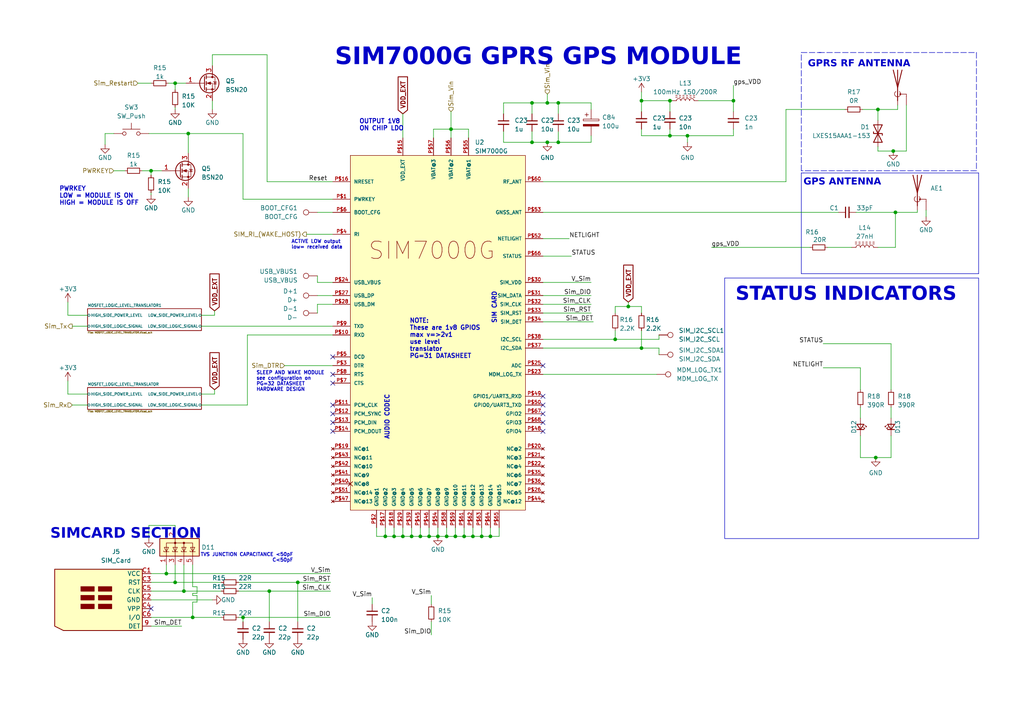
<source format=kicad_sch>
(kicad_sch (version 20230121) (generator eeschema)
  (paper "A4")
  (title_block (title "ELIESTAR") (date "2023-06-20") (rev "2.0") (company "GEVITON") (comment 2 "Reviewed By: Timoty Kyalo") (comment 3 "Designed By: Robert Mutura") (comment 4 "ELIESTAR"))
  (junction (at 86.36 168.91))
  (junction (at 259.08 43.815))
  (junction (at 53.34 171.45))
  (junction (at 154.305 29.845))
  (junction (at 50.8 168.91))
  (junction (at 114.3 155.575))
  (junction (at 137.16 155.575))
  (junction (at 124.46 155.575))
  (junction (at 259.715 61.595))
  (junction (at 142.24 155.575))
  (junction (at 70.485 179.07))
  (junction (at 129.54 155.575))
  (junction (at 254.635 31.75))
  (junction (at 158.75 41.275))
  (junction (at 55.88 179.07))
  (junction (at 48.26 166.37))
  (junction (at 254 132.715))
  (junction (at 186.055 100.965))
  (junction (at 119.38 155.575))
  (junction (at 54.61 38.735))
  (junction (at 132.08 155.575))
  (junction (at 121.92 155.575))
  (junction (at 130.81 37.465))
  (junction (at 194.31 29.21))
  (junction (at 182.245 88.9))
  (junction (at 194.31 39.37))
  (junction (at 178.435 98.425))
  (junction (at 116.84 155.575))
  (junction (at 78.105 171.45))
  (junction (at 154.305 41.275))
  (junction (at 111.76 155.575))
  (junction (at 134.62 155.575))
  (junction (at 161.925 41.275))
  (junction (at 139.7 155.575))
  (junction (at 186.055 29.21))
  (junction (at 158.75 29.845))
  (junction (at 127 155.575))
  (junction (at 212.725 29.21))
  (junction (at 50.8 24.13))
  (junction (at 43.815 49.53))
  (junction (at 161.925 29.845))
  (junction (at 199.39 39.37))
  (no_connect (at 96.52 117.475))
  (no_connect (at 157.48 125.095))
  (no_connect (at 157.48 106.045))
  (no_connect (at 96.52 120.015))
  (no_connect (at 96.52 125.095))
  (no_connect (at 157.48 120.015))
  (no_connect (at 96.52 103.505))
  (no_connect (at 96.52 122.555))
  (no_connect (at 157.48 122.555))
  (no_connect (at 96.52 108.585))
  (no_connect (at 157.48 114.935))
  (no_connect (at 43.815 176.53))
  (no_connect (at 157.48 117.475))
  (no_connect (at 96.52 111.125))
  (wire (pts (xy 259.08 43.815) (xy 262.89 43.815)))
  (wire (pts (xy 134.62 153.035) (xy 134.62 155.575)))
  (wire (pts (xy 121.92 155.575) (xy 124.46 155.575)))
  (wire (pts (xy 20.955 94.615) (xy 25.4 94.615)))
  (wire (pts (xy 111.76 155.575) (xy 114.3 155.575)))
  (wire (pts (xy 268.605 60.96) (xy 268.605 62.865)))
  (wire (pts (xy 43.815 49.53) (xy 46.99 49.53)))
  (wire (pts (xy 43.18 152.4) (xy 43.18 156.21)))
  (wire (pts (xy 54.61 54.61) (xy 54.61 57.15)))
  (wire (pts (xy 130.81 32.385) (xy 130.81 37.465)))
  (wire (pts (xy 71.755 117.475) (xy 71.755 97.155)))
  (wire (pts (xy 43.815 50.8) (xy 43.815 49.53)))
  (wire (pts (xy 121.92 153.035) (xy 121.92 155.575)))
  (wire (pts (xy 58.42 117.475) (xy 71.755 117.475)))
  (wire (pts (xy 109.22 153.035) (xy 109.22 155.575)))
  (wire (pts (xy 212.725 37.465) (xy 212.725 39.37)))
  (wire (pts (xy 186.055 88.9) (xy 182.245 88.9)))
  (wire (pts (xy 186.055 29.21) (xy 194.31 29.21)))
  (wire (pts (xy 194.31 39.37) (xy 199.39 39.37)))
  (wire (pts (xy 186.055 100.965) (xy 191.135 100.965)))
  (wire (pts (xy 61.595 29.21) (xy 61.595 31.75)))
  (wire (pts (xy 82.55 106.045) (xy 96.52 106.045)))
  (wire (pts (xy 55.88 179.07) (xy 64.135 179.07)))
  (wire (pts (xy 125.73 37.465) (xy 125.73 40.005)))
  (polyline (pts (xy 283.21 15.24) (xy 283.21 49.53)) (stroke (width 0) (type dash)))
  (wire (pts (xy 55.88 170.18) (xy 57.15 170.18)))
  (polyline (pts (xy 232.41 15.24) (xy 238.125 15.24)) (stroke (width 0) (type dash)))
  (wire (pts (xy 109.22 155.575) (xy 111.76 155.575)))
  (wire (pts (xy 58.42 94.615) (xy 96.52 94.615)))
  (wire (pts (xy 137.16 155.575) (xy 139.7 155.575)))
  (wire (pts (xy 114.3 155.575) (xy 116.84 155.575)))
  (wire (pts (xy 70.485 179.07) (xy 95.885 179.07)))
  (wire (pts (xy 48.26 166.37) (xy 95.885 166.37)))
  (wire (pts (xy 227.965 31.75) (xy 227.965 52.705)))
  (wire (pts (xy 182.245 88.9) (xy 178.435 88.9)))
  (wire (pts (xy 194.31 37.465) (xy 194.31 39.37)))
  (wire (pts (xy 43.18 152.4) (xy 50.8 152.4)))
  (wire (pts (xy 114.3 153.035) (xy 114.3 155.575)))
  (wire (pts (xy 71.755 97.155) (xy 96.52 97.155)))
  (wire (pts (xy 194.31 29.21) (xy 194.945 29.21)))
  (wire (pts (xy 212.725 39.37) (xy 199.39 39.37)))
  (wire (pts (xy 33.02 49.53) (xy 36.195 49.53)))
  (wire (pts (xy 266.065 61.595) (xy 266.065 60.96)))
  (wire (pts (xy 92.075 88.265) (xy 96.52 88.265)))
  (wire (pts (xy 55.88 172.085) (xy 55.88 172.72)))
  (wire (pts (xy 78.105 171.45) (xy 95.885 171.45)))
  (wire (pts (xy 127 153.035) (xy 127 155.575)))
  (wire (pts (xy 137.16 153.035) (xy 137.16 155.575)))
  (polyline (pts (xy 232.41 50.165) (xy 233.045 50.165)))
  (wire (pts (xy 154.305 41.275) (xy 158.75 41.275)))
  (wire (pts (xy 62.23 91.44) (xy 58.42 91.44)))
  (wire (pts (xy 129.54 153.035) (xy 129.54 155.575)))
  (wire (pts (xy 186.055 90.805) (xy 186.055 88.9)))
  (wire (pts (xy 157.48 52.705) (xy 227.965 52.705)))
  (wire (pts (xy 125.095 180.34) (xy 125.095 184.15)))
  (wire (pts (xy 249.555 106.68) (xy 249.555 113.03)))
  (wire (pts (xy 254.635 43.815) (xy 259.08 43.815)))
  (wire (pts (xy 125.095 172.72) (xy 125.095 175.26)))
  (wire (pts (xy 124.46 153.035) (xy 124.46 155.575)))
  (wire (pts (xy 111.76 153.035) (xy 111.76 155.575)))
  (wire (pts (xy 129.54 155.575) (xy 132.08 155.575)))
  (wire (pts (xy 199.39 39.37) (xy 199.39 41.275)))
  (wire (pts (xy 92.075 80.01) (xy 92.075 81.915)))
  (wire (pts (xy 254.635 34.925) (xy 254.635 31.75)))
  (wire (pts (xy 250.19 31.75) (xy 254.635 31.75)))
  (wire (pts (xy 43.815 173.99) (xy 61.595 173.99)))
  (wire (pts (xy 43.815 56.515) (xy 43.815 55.88)))
  (wire (pts (xy 158.75 27.305) (xy 158.75 29.845)))
  (wire (pts (xy 171.45 29.845) (xy 161.925 29.845)))
  (polyline (pts (xy 232.41 49.53) (xy 232.41 15.24)) (stroke (width 0) (type dash)))
  (wire (pts (xy 146.05 29.845) (xy 146.05 33.02)))
  (wire (pts (xy 69.215 179.07) (xy 70.485 179.07)))
  (wire (pts (xy 178.435 88.9) (xy 178.435 90.805)))
  (wire (pts (xy 178.435 98.425) (xy 191.135 98.425)))
  (wire (pts (xy 19.685 110.49) (xy 19.685 114.3)))
  (wire (pts (xy 249.555 132.715) (xy 254 132.715)))
  (wire (pts (xy 161.925 29.845) (xy 161.925 33.02)))
  (wire (pts (xy 130.81 37.465) (xy 130.81 40.005)))
  (wire (pts (xy 206.375 71.755) (xy 234.95 71.755)))
  (wire (pts (xy 258.445 118.11) (xy 258.445 121.285)))
  (wire (pts (xy 130.81 37.465) (xy 135.89 37.465)))
  (wire (pts (xy 62.23 114.3) (xy 58.42 114.3)))
  (wire (pts (xy 62.23 113.03) (xy 62.23 114.3)))
  (wire (pts (xy 25.4 91.44) (xy 19.685 91.44)))
  (wire (pts (xy 92.075 85.725) (xy 96.52 85.725)))
  (wire (pts (xy 43.18 38.735) (xy 54.61 38.735)))
  (wire (pts (xy 157.48 61.595) (xy 243.205 61.595)))
  (wire (pts (xy 77.47 52.705) (xy 96.52 52.705)))
  (wire (pts (xy 171.45 90.805) (xy 157.48 90.805)))
  (wire (pts (xy 212.725 29.21) (xy 212.725 32.385)))
  (wire (pts (xy 48.895 24.13) (xy 50.8 24.13)))
  (wire (pts (xy 116.84 40.005) (xy 116.84 33.02)))
  (wire (pts (xy 190.5 108.585) (xy 157.48 108.585)))
  (wire (pts (xy 116.84 155.575) (xy 119.38 155.575)))
  (wire (pts (xy 50.8 168.91) (xy 50.8 163.83)))
  (wire (pts (xy 127 155.575) (xy 129.54 155.575)))
  (wire (pts (xy 88.9 67.945) (xy 96.52 67.945)))
  (wire (pts (xy 50.8 26.035) (xy 50.8 24.13)))
  (wire (pts (xy 43.815 171.45) (xy 53.34 171.45)))
  (wire (pts (xy 43.815 166.37) (xy 48.26 166.37)))
  (wire (pts (xy 171.45 41.275) (xy 171.45 39.37)))
  (wire (pts (xy 157.48 69.215) (xy 165.1 69.215)))
  (wire (pts (xy 202.565 29.21) (xy 212.725 29.21)))
  (wire (pts (xy 191.135 102.87) (xy 191.135 100.965)))
  (wire (pts (xy 70.485 57.785) (xy 96.52 57.785)))
  (wire (pts (xy 54.61 44.45) (xy 54.61 38.735)))
  (wire (pts (xy 54.61 38.735) (xy 70.485 38.735)))
  (wire (pts (xy 259.715 71.755) (xy 259.715 61.595)))
  (wire (pts (xy 154.305 29.845) (xy 146.05 29.845)))
  (wire (pts (xy 124.46 155.575) (xy 127 155.575)))
  (wire (pts (xy 258.445 126.365) (xy 258.445 132.715)))
  (wire (pts (xy 161.925 41.275) (xy 171.45 41.275)))
  (wire (pts (xy 142.24 153.035) (xy 142.24 155.575)))
  (wire (pts (xy 107.95 173.355) (xy 107.95 175.26)))
  (wire (pts (xy 69.215 171.45) (xy 78.105 171.45)))
  (wire (pts (xy 194.31 29.21) (xy 194.31 32.385)))
  (wire (pts (xy 70.485 179.07) (xy 70.485 180.34)))
  (wire (pts (xy 50.8 168.91) (xy 64.135 168.91)))
  (wire (pts (xy 212.725 24.765) (xy 212.725 29.21)))
  (wire (pts (xy 50.8 24.13) (xy 53.975 24.13)))
  (wire (pts (xy 116.84 153.035) (xy 116.84 155.575)))
  (wire (pts (xy 41.275 49.53) (xy 43.815 49.53)))
  (wire (pts (xy 171.45 85.725) (xy 157.48 85.725)))
  (wire (pts (xy 20.955 117.475) (xy 25.4 117.475)))
  (wire (pts (xy 134.62 155.575) (xy 137.16 155.575)))
  (wire (pts (xy 62.23 90.17) (xy 62.23 91.44)))
  (wire (pts (xy 154.305 29.845) (xy 154.305 33.02)))
  (wire (pts (xy 258.445 99.695) (xy 258.445 113.03)))
  (wire (pts (xy 146.05 38.1) (xy 146.05 41.275)))
  (wire (pts (xy 86.36 168.91) (xy 95.885 168.91)))
  (wire (pts (xy 191.135 97.155) (xy 191.135 98.425)))
  (wire (pts (xy 57.15 170.18) (xy 57.15 172.085)))
  (polyline (pts (xy 283.845 79.375) (xy 232.41 79.375)))
  (wire (pts (xy 55.88 174.625) (xy 55.88 179.07)))
  (wire (pts (xy 249.555 126.365) (xy 249.555 132.715)))
  (wire (pts (xy 178.435 95.885) (xy 178.435 98.425)))
  (wire (pts (xy 132.08 153.035) (xy 132.08 155.575)))
  (polyline (pts (xy 283.845 50.165) (xy 283.845 79.375)))
  (wire (pts (xy 57.15 174.625) (xy 55.88 174.625)))
  (wire (pts (xy 186.055 39.37) (xy 194.31 39.37)))
  (wire (pts (xy 50.8 152.4) (xy 50.8 153.67)))
  (wire (pts (xy 57.15 172.72) (xy 57.15 174.625)))
  (wire (pts (xy 238.76 99.695) (xy 258.445 99.695)))
  (wire (pts (xy 259.715 61.595) (xy 266.065 61.595)))
  (wire (pts (xy 43.815 179.07) (xy 55.88 179.07)))
  (wire (pts (xy 77.47 52.705) (xy 77.47 15.875)))
  (wire (pts (xy 43.815 181.61) (xy 52.705 181.61)))
  (wire (pts (xy 182.245 87.63) (xy 182.245 88.9)))
  (wire (pts (xy 119.38 155.575) (xy 121.92 155.575)))
  (wire (pts (xy 40.005 24.13) (xy 43.815 24.13)))
  (wire (pts (xy 77.47 15.875) (xy 61.595 15.875)))
  (polyline (pts (xy 233.045 50.165) (xy 283.845 50.165)))
  (wire (pts (xy 78.105 180.34) (xy 78.105 171.45)))
  (wire (pts (xy 262.89 30.48) (xy 262.89 43.815)))
  (wire (pts (xy 157.48 93.345) (xy 172.085 93.345)))
  (wire (pts (xy 186.055 26.67) (xy 186.055 29.21)))
  (wire (pts (xy 245.11 31.75) (xy 227.965 31.75)))
  (wire (pts (xy 171.45 81.915) (xy 157.48 81.915)))
  (wire (pts (xy 254.635 42.545) (xy 254.635 43.815)))
  (wire (pts (xy 254.635 31.75) (xy 260.35 31.75)))
  (wire (pts (xy 132.08 155.575) (xy 134.62 155.575)))
  (wire (pts (xy 53.34 171.45) (xy 64.135 171.45)))
  (wire (pts (xy 139.7 153.035) (xy 139.7 155.575)))
  (wire (pts (xy 139.7 155.575) (xy 142.24 155.575)))
  (wire (pts (xy 146.05 41.275) (xy 154.305 41.275)))
  (wire (pts (xy 119.38 153.035) (xy 119.38 155.575)))
  (wire (pts (xy 158.75 29.845) (xy 161.925 29.845)))
  (wire (pts (xy 238.76 106.68) (xy 249.555 106.68)))
  (wire (pts (xy 144.78 155.575) (xy 144.78 153.035)))
  (wire (pts (xy 186.055 37.465) (xy 186.055 39.37)))
  (wire (pts (xy 171.45 88.265) (xy 157.48 88.265)))
  (wire (pts (xy 70.485 38.735) (xy 70.485 57.785)))
  (wire (pts (xy 43.815 168.91) (xy 50.8 168.91)))
  (wire (pts (xy 86.36 180.34) (xy 86.36 168.91)))
  (wire (pts (xy 55.88 163.83) (xy 55.88 170.18)))
  (wire (pts (xy 92.075 81.915) (xy 96.52 81.915)))
  (wire (pts (xy 240.03 71.755) (xy 247.015 71.755)))
  (wire (pts (xy 157.48 100.965) (xy 186.055 100.965)))
  (wire (pts (xy 186.055 29.21) (xy 186.055 32.385)))
  (wire (pts (xy 92.075 61.595) (xy 96.52 61.595)))
  (wire (pts (xy 142.24 155.575) (xy 144.78 155.575)))
  (wire (pts (xy 92.075 90.805) (xy 92.075 88.265)))
  (wire (pts (xy 161.925 38.1) (xy 161.925 41.275)))
  (wire (pts (xy 260.35 31.75) (xy 260.35 30.48)))
  (wire (pts (xy 50.8 31.75) (xy 50.8 31.115)))
  (wire (pts (xy 19.685 87.63) (xy 19.685 91.44)))
  (wire (pts (xy 157.48 74.295) (xy 165.735 74.295)))
  (wire (pts (xy 249.555 118.11) (xy 249.555 121.285)))
  (wire (pts (xy 61.595 15.875) (xy 61.595 19.05)))
  (wire (pts (xy 53.34 163.83) (xy 53.34 171.45)))
  (polyline (pts (xy 237.49 15.24) (xy 283.21 15.24)) (stroke (width 0) (type dash)))
  (wire (pts (xy 158.75 41.275) (xy 161.925 41.275)))
  (wire (pts (xy 157.48 98.425) (xy 178.435 98.425)))
  (wire (pts (xy 30.48 38.735) (xy 30.48 41.91)))
  (wire (pts (xy 69.215 168.91) (xy 86.36 168.91)))
  (wire (pts (xy 33.02 38.735) (xy 30.48 38.735)))
  (wire (pts (xy 186.055 95.885) (xy 186.055 100.965)))
  (wire (pts (xy 254 132.715) (xy 258.445 132.715)))
  (wire (pts (xy 254.635 71.755) (xy 259.715 71.755)))
  (wire (pts (xy 248.285 61.595) (xy 259.715 61.595)))
  (wire (pts (xy 135.89 37.465) (xy 135.89 40.005)))
  (wire (pts (xy 48.26 166.37) (xy 48.26 163.83)))
  (wire (pts (xy 158.75 29.845) (xy 154.305 29.845)))
  (polyline (pts (xy 283.21 49.53) (xy 232.41 49.53)) (stroke (width 0) (type dash)))
  (wire (pts (xy 25.4 114.3) (xy 19.685 114.3)))
  (wire (pts (xy 55.88 172.085) (xy 57.15 172.085)))
  (polyline (pts (xy 232.41 79.375) (xy 232.41 50.165)))
  (wire (pts (xy 130.81 37.465) (xy 125.73 37.465)))
  (wire (pts (xy 154.305 38.1) (xy 154.305 41.275)))
  (wire (pts (xy 171.45 31.75) (xy 171.45 29.845)))
  (wire (pts (xy 55.88 172.72) (xy 57.15 172.72)))
  (rectangle (start 210.185 80.645) (end 283.845 156.21))
  (text "SIM7000G GPRS GPS MODULE" (at 97.155 20.955 0) (effects (font (size 5 5) bold) (justify left bottom)))
  (text "ACTIVE LOW output\nlow= received data" (at 84.455 72.39 0) (effects (font (size 1 1) bold) (justify left bottom)))
  (text "GPRS RF ANTENNA" (at 234.315 20.32 0) (effects (font (size 2 2) (thickness 0.4) bold) (justify left bottom)))
  (text "NOTE:\nThese are 1v8 GPIOS\nmax v=>2v1\nuse level \ntranslator\nPG=31 DATASHEET" (at 118.745 104.14 0) (effects (font (size 1.27 1.27) bold) (justify left bottom)))
  (text "SLEEP AND WAKE MODULE\nsee configuration on\nPG=32 DATASHEET\nHARDWARE DESIGN" (at 74.295 113.665 0) (effects (font (size 1 1) bold) (justify left bottom)))
  (text "SIM CARD" (at 144.145 93.98 90) (effects (font (size 1.27 1.27) bold) (justify left bottom)))
  (text "SIMCARD SECTION" (at 14.605 157.48 0) (effects (font (size 3 3) (thickness 0.6) bold) (justify left bottom)))
  (text "OUTPUT 1V8\nON CHIP LDO" (at 104.14 38.1 0) (effects (font (size 1.27 1.27) bold) (justify left bottom)))
  (text "STATUS INDICATORS" (at 213.36 88.9 0) (effects (font (size 4 4) (thickness 0.4) bold) (justify left bottom)))
  (text "TVS JUNCTION CAPACITANCE <50pF\nC<50pF" (at 85.09 163.195 0) (effects (font (size 1 1) bold) (justify right bottom)))
  (text "PWRKEY\nLOW = MODULE IS ON\nHIGH = MODULE IS OFF" (at 17.145 59.69 0) (effects (font (size 1.27 1.27) bold) (justify left bottom)))
  (text "GPS ANTENNA" (at 233.045 54.61 0) (effects (font (size 2 2) (thickness 0.4) bold) (justify left bottom)))
  (text "AUDIO CODEC" (at 113.03 127.635 90) (effects (font (size 1.27 1.27) bold) (justify left bottom)))
  (label "Sim_DIO" (at 95.885 179.07 180))
  (label "V_Sim" (at 125.095 172.72 180))
  (label "Sim_CLK" (at 171.45 88.265 180))
  (label "STATUS" (at 238.76 99.695 180))
  (label "Sim_DIO" (at 171.45 85.725 180))
  (label "Sim_DET" (at 52.705 181.61 180))
  (label "Sim_DIO" (at 125.095 184.15 180))
  (label "V_Sim" (at 171.45 81.915 180))
  (label "STATUS" (at 165.735 74.295 0))
  (label "Sim_CLK" (at 95.885 171.45 180))
  (label "gps_VDD" (at 206.375 71.755 0))
  (label "Reset" (at 89.535 52.705 0))
  (label "NETLIGHT" (at 165.1 69.215 0))
  (label "NETLIGHT" (at 238.76 106.68 180))
  (label "Sim_RST" (at 95.885 168.91 180))
  (label "Sim_DET" (at 172.085 93.345 180))
  (label "V_Sim" (at 107.95 173.355 180))
  (label "Sim_RST" (at 171.45 90.805 180))
  (label "V_Sim" (at 95.885 166.37 180))
  (label "gps_VDD" (at 212.725 24.765 0))
  (global_label "VDD_EXT" (shape input) (at 182.245 87.63 90) (effects (font bold)) (property "Intersheetrefs" "${INTERSHEET_REFS}" (effects hide)))
  (global_label "VDD_EXT" (shape input) (at 62.23 113.03 90) (effects (font bold)) (property "Intersheetrefs" "${INTERSHEET_REFS}" (effects hide)))
  (global_label "VDD_EXT" (shape input) (at 116.84 33.02 90) (effects (font bold)) (property "Intersheetrefs" "${INTERSHEET_REFS}" (effects hide)))
  (global_label "VDD_EXT" (shape input) (at 62.23 90.17 90) (effects (font bold)) (property "Intersheetrefs" "${INTERSHEET_REFS}" (effects hide)))
  (hierarchical_label "Sim_Tx" (shape output) (at 20.955 94.615 180))
  (hierarchical_label "PWRKEY" (shape input) (at 33.02 49.53 180))
  (hierarchical_label "Sim_Vin" (shape input) (at 158.75 27.305 90))
  (hierarchical_label "Sim_Vin" (shape input) (at 130.81 32.385 90))
  (hierarchical_label "Sim_Restart" (shape input) (at 40.005 24.13 180))
  (hierarchical_label "SIM_RI_(WAKE_HOST)" (shape output) (at 88.9 67.945 180))
  (hierarchical_label "Sim_Rx" (shape input) (at 20.955 117.475 180))
  (hierarchical_label "Sim_DTR" (shape input) (at 82.55 106.045 180))
  (symbol (lib_id "Device:R_Small") (at 38.735 49.53 90) (unit 1)
    (property "Reference" "R15" (at 38.735 45.085 90))
    (property "Value" "1k" (at 38.735 47.625 90))
    (property "Footprint" "Resistor_SMD:R_0603_1608Metric" (effects hide))
    (instances (project "SIM7000G_GPS_GPRS_MODULE" (path "" (reference "R15") (unit 1))) (project "proxy_obdII_logger_hardware" (path "" (reference "R15") (unit 1))) (project "Weather_Station_Project" (path "" (reference "R15") (unit 1))) (project "SIM_Module_Interface" (path "" (reference "R15") (unit 1))) (project "ELIESTER_V2" (path "" (reference "R60") (unit 1))))
  )
  (symbol (lib_id "power:GND") (at 259.08 43.815 0) (unit 1)
    (property "Reference" "#PWR039" (effects hide))
    (property "Value" "GND" (at 259.08 47.625 0))
    (instances (project "SIM7000G_GPS_GPRS_MODULE" (path "" (reference "#PWR039") (unit 1))) (project "proxy_obdII_logger_hardware" (path "" (reference "#PWR039") (unit 1))) (project "Weather_Station_Project" (path "" (reference "#PWR03") (unit 1))) (project "SIM_Module_Interface" (path "" (reference "#PWR039") (unit 1))) (project "ELIESTER_V2" (path "" (reference "#PWR081") (unit 1))))
  )
  (symbol (lib_id "Device:R_Small") (at 249.555 115.57 0) (mirror y) (unit 1)
    (property "Reference" "R18" (at 251.46 114.935 0) (effects (justify right)))
    (property "Value" "390R" (at 251.46 117.475 0) (effects (justify right)))
    (property "Footprint" "Resistor_SMD:R_0402_1005Metric" (effects hide))
    (instances (project "SIM7000G_GPS_GPRS_MODULE" (path "" (reference "R18") (unit 1))) (project "proxy_obdII_logger_hardware" (path "" (reference "R18") (unit 1))) (project "Weather_Station_Project" (path "" (reference "R31") (unit 1))) (project "SIM_Module_Interface" (path "" (reference "R18") (unit 1))) (project "ELIESTER_V2" (path "" (reference "R65") (unit 1))))
  )
  (symbol (lib_id "Device:D_TVS") (at 254.635 38.735 90) (unit 1)
    (property "Reference" "D1" (at 249.555 36.83 90) (effects (justify right)))
    (property "Value" "LXES15AAA1-153" (at 235.585 39.37 90) (effects (justify right)))
    (property "Footprint" "Diode_SMD:D_0402_1005Metric" (effects hide))
    (instances (project "SIM7000G_GPS_GPRS_MODULE" (path "" (reference "D1") (unit 1))) (project "Weather_Station_Project" (path "" (reference "D1") (unit 1))) (project "ELIESTER_V2" (path "" (reference "D18") (unit 1))))
  )
  (symbol (lib_id "Device:LED_Small") (at 258.445 123.825 90) (unit 1)
    (property "Reference" "D13" (at 260.35 123.825 0))
    (property "Value" "BLUE" (effects hide))
    (property "Footprint" "LED_SMD:LED_0603_1608Metric" (effects hide))
    (instances (project "SIM7000G_GPS_GPRS_MODULE" (path "" (reference "D13") (unit 1))) (project "proxy_obdII_logger_hardware" (path "" (reference "D13") (unit 1))) (project "Weather_Station_Project" (path "" (reference "D2") (unit 1))) (project "SIM_Module_Interface" (path "" (reference "D13") (unit 1))) (project "ELIESTER_V2" (path "" (reference "D19") (unit 1))))
  )
  (symbol (lib_id "Device:C_Small") (at 146.05 35.56 0) (unit 1)
    (property "Reference" "C23" (at 149.225 34.9313 0) (effects (justify left)))
    (property "Value" "1u" (at 149.225 37.4713 0) (effects (justify left)))
    (property "Footprint" "Capacitor_SMD:C_0402_1005Metric" (effects hide))
    (instances (project "proxy_obdII_logger_hardware" (path "" (reference "C23") (unit 1))) (project "Weather_Station_Project" (path "" (reference "C23") (unit 1))) (project "ELIESTER_V2" (path "" (reference "C?") (unit 1)) (path "" (reference "C81") (unit 1))))
  )
  (symbol (lib_id "Device:C_Small") (at 194.31 34.925 0) (unit 1)
    (property "Reference" "C23" (at 196.85 34.2963 0) (effects (justify left)))
    (property "Value" "10n" (at 196.85 36.8363 0) (effects (justify left)))
    (property "Footprint" "Capacitor_SMD:C_0402_1005Metric" (effects hide))
    (instances (project "proxy_obdII_logger_hardware" (path "" (reference "C23") (unit 1))) (project "Weather_Station_Project" (path "" (reference "C23") (unit 1))) (project "ELIESTER_V2" (path "" (reference "C?") (unit 1)) (path "" (reference "C91") (unit 1))))
  )
  (symbol (lib_id "power:GND") (at 86.36 185.42 0) (unit 1)
    (property "Reference" "#PWR032" (effects hide))
    (property "Value" "GND" (at 86.36 189.23 0))
    (instances (project "SIM7000G_GPS_GPRS_MODULE" (path "" (reference "#PWR032") (unit 1))) (project "proxy_obdII_logger_hardware" (path "" (reference "#PWR032") (unit 1))) (project "Weather_Station_Project" (path "" (reference "#PWR053") (unit 1))) (project "SIM_Module_Interface" (path "" (reference "#PWR032") (unit 1))) (project "ELIESTER_V2" (path "" (reference "#PWR0134") (unit 1))))
  )
  (symbol (lib_id "Connector:TestPoint") (at 191.135 102.87 270) (unit 1)
    (property "Reference" "SIM_I2C_SDA1" (at 196.85 101.6 90) (effects (justify left)))
    (property "Value" "SIM_I2C_SDA" (at 196.85 104.14 90) (effects (justify left)))
    (property "Footprint" "brilliant-kicad-library:TestPoint_Pad_D0.9mm" (effects hide))
  )
  (symbol (lib_id "power:GND") (at 158.75 41.275 0) (unit 1)
    (property "Reference" "#PWR0140" (effects hide))
    (property "Value" "GND" (at 158.75 45.72 0))
  )
  (symbol (lib_id "Device:C_Small") (at 154.305 35.56 0) (unit 1)
    (property "Reference" "C23" (at 156.845 34.9313 0) (effects (justify left)))
    (property "Value" "10u" (at 156.845 37.4713 0) (effects (justify left)))
    (property "Footprint" "Capacitor_SMD:C_0402_1005Metric" (effects hide))
    (instances (project "proxy_obdII_logger_hardware" (path "" (reference "C23") (unit 1))) (project "Weather_Station_Project" (path "" (reference "C23") (unit 1))) (project "ELIESTER_V2" (path "" (reference "C?") (unit 1)) (path "" (reference "C82") (unit 1))))
  )
  (symbol (lib_id "Device:R_Small") (at 43.815 53.34 180) (unit 1)
    (property "Reference" "R15" (at 45.72 52.705 0) (effects (justify right)))
    (property "Value" "10K" (at 45.72 55.245 0) (effects (justify right)))
    (property "Footprint" "Resistor_SMD:R_0603_1608Metric" (effects hide))
    (instances (project "SIM7000G_GPS_GPRS_MODULE" (path "" (reference "R15") (unit 1))) (project "proxy_obdII_logger_hardware" (path "" (reference "R15") (unit 1))) (project "Weather_Station_Project" (path "" (reference "R16") (unit 1))) (project "SIM_Module_Interface" (path "" (reference "R15") (unit 1))) (project "ELIESTER_V2" (path "" (reference "R61") (unit 1))))
  )
  (symbol (lib_id "power:GND") (at 43.815 56.515 0) (unit 1)
    (property "Reference" "#PWR031" (effects hide))
    (property "Value" "GND" (at 43.815 60.325 0))
    (instances (project "SIM7000G_GPS_GPRS_MODULE" (path "" (reference "#PWR031") (unit 1))) (project "proxy_obdII_logger_hardware" (path "" (reference "#PWR031") (unit 1))) (project "Weather_Station_Project" (path "" (reference "#PWR023") (unit 1))) (project "SIM_Module_Interface" (path "" (reference "#PWR031") (unit 1))) (project "ELIESTER_V2" (path "" (reference "#PWR0154") (unit 1))))
  )
  (symbol (lib_id "power:GND") (at 61.595 173.99 90) (unit 1)
    (property "Reference" "#PWR033" (effects hide))
    (property "Value" "GND" (at 64.135 173.99 90) (effects (justify right)))
    (instances (project "SIM7000G_GPS_GPRS_MODULE" (path "" (reference "#PWR033") (unit 1))) (project "proxy_obdII_logger_hardware" (path "" (reference "#PWR033") (unit 1))) (project "Weather_Station_Project" (path "" (reference "#PWR054") (unit 1))) (project "SIM_Module_Interface" (path "" (reference "#PWR033") (unit 1))) (project "ELIESTER_V2" (path "" (reference "#PWR0161") (unit 1))))
  )
  (symbol (lib_id "Device:C_Small") (at 86.36 182.88 0) (mirror y) (unit 1)
    (property "Reference" "C2" (at 88.9 182.2513 0) (effects (justify right)))
    (property "Value" "22p" (at 88.9 184.7913 0) (effects (justify right)))
    (property "Footprint" "Capacitor_SMD:C_0402_1005Metric" (effects hide))
    (instances (project "SIM7000G_GPS_GPRS_MODULE" (path "" (reference "C2") (unit 1))) (project "Weather_Station_Project" (path "" (reference "C2") (unit 1))) (project "ELIESTER_V2" (path "" (reference "C89") (unit 1))))
  )
  (symbol (lib_id "Device:R_Small") (at 258.445 115.57 0) (mirror y) (unit 1)
    (property "Reference" "R18" (at 260.35 114.935 0) (effects (justify right)))
    (property "Value" "390R" (at 260.35 117.475 0) (effects (justify right)))
    (property "Footprint" "Resistor_SMD:R_0402_1005Metric" (effects hide))
    (instances (project "SIM7000G_GPS_GPRS_MODULE" (path "" (reference "R18") (unit 1))) (project "proxy_obdII_logger_hardware" (path "" (reference "R18") (unit 1))) (project "Weather_Station_Project" (path "" (reference "R31") (unit 1))) (project "SIM_Module_Interface" (path "" (reference "R18") (unit 1))) (project "ELIESTER_V2" (path "" (reference "R66") (unit 1))))
  )
  (symbol (lib_id "power:+3V3") (at 186.055 26.67 0) (unit 1)
    (property "Reference" "#PWR0139" (effects hide))
    (property "Value" "+3V3" (at 186.055 22.86 0))
  )
  (symbol (lib_id "Device:R_Small") (at 66.675 168.91 270) (unit 1)
    (property "Reference" "R15" (at 63.5 167.64 90))
    (property "Value" "22R" (at 71.12 167.64 90))
    (property "Footprint" "Resistor_SMD:R_0402_1005Metric" (effects hide))
    (instances (project "SIM7000G_GPS_GPRS_MODULE" (path "" (reference "R15") (unit 1))) (project "proxy_obdII_logger_hardware" (path "" (reference "R15") (unit 1))) (project "Weather_Station_Project" (path "" (reference "R35") (unit 1))) (project "SIM_Module_Interface" (path "" (reference "R15") (unit 1))) (project "ELIESTER_V2" (path "" (reference "R70") (unit 1))))
  )
  (symbol (lib_id "GCL_Modules&Devboards:SIM7000G") (at 109.22 45.085 0) (unit 1)
    (property "Reference" "U2" (at 137.7189 41.275 0) (effects (justify left)))
    (property "Value" "SIM7000G" (at 137.7189 43.815 0) (effects (justify left)))
    (property "Footprint" "greencharge-footprints:SIM7000G" (effects hide))
    (instances (project "SIM7000G_GPS_GPRS_MODULE" (path "" (reference "U2") (unit 1))) (project "Weather_Station_Project" (path "" (reference "U2") (unit 1))) (project "ELIESTER_V2" (path "" (reference "U26") (unit 1))))
  )
  (symbol (lib_id "power:+3V3") (at 19.685 110.49 0) (unit 1)
    (property "Reference" "#PWR075" (effects hide))
    (property "Value" "+3V3" (at 19.685 106.68 0))
  )
  (symbol (lib_id "Connector:TestPoint") (at 190.5 108.585 270) (unit 1)
    (property "Reference" "MDM_LOG_TX1" (at 196.215 107.315 90) (effects (justify left)))
    (property "Value" "MDM_LOG_TX" (at 196.215 109.855 90) (effects (justify left)))
    (property "Footprint" "brilliant-kicad-library:TestPoint_Pad_D0.9mm" (effects hide))
  )
  (symbol (lib_id "Device:C_Small") (at 107.95 177.8 0) (mirror y) (unit 1)
    (property "Reference" "C2" (at 110.49 177.1713 0) (effects (justify right)))
    (property "Value" "100n" (at 110.49 179.7113 0) (effects (justify right)))
    (property "Footprint" "Capacitor_SMD:C_0402_1005Metric" (effects hide))
    (instances (project "SIM7000G_GPS_GPRS_MODULE" (path "" (reference "C2") (unit 1))) (project "Weather_Station_Project" (path "" (reference "C2") (unit 1))) (project "ELIESTER_V2" (path "" (reference "C86") (unit 1))))
  )
  (symbol (lib_id "Device:Antenna_Shield") (at 260.35 25.4 0) (unit 1)
    (property "Reference" "AE2" (effects hide))
    (property "Value" "Antenna_Shield" (effects hide))
    (property "Footprint" "greencharge-footprints:UFL_COAX_CONN23370191" (effects hide))
    (instances (project "SIM7000G_GPS_GPRS_MODULE" (path "" (reference "AE2") (unit 1))) (project "proxy_obdII_logger_hardware" (path "" (reference "AE2") (unit 1))) (project "Weather_Station_Project" (path "" (reference "AE1") (unit 1))) (project "SIM_Module_Interface" (path "" (reference "AE2") (unit 1))) (project "ELIESTER_V2" (path "" (reference "AE1") (unit 1))))
  )
  (symbol (lib_id "Connector:TestPoint") (at 92.075 90.805 90) (mirror x) (unit 1)
    (property "Reference" "D-1" (at 86.36 89.535 90) (effects (justify left)))
    (property "Value" "D-" (at 86.36 92.075 90) (effects (justify left)))
    (property "Footprint" "brilliant-kicad-library:TestPoint_Pad_D0.9mm" (effects hide))
  )
  (symbol (lib_id "power:GND") (at 127 155.575 0) (unit 1)
    (property "Reference" "#PWR032" (effects hide))
    (property "Value" "GND" (at 127 159.385 0))
    (instances (project "SIM7000G_GPS_GPRS_MODULE" (path "" (reference "#PWR032") (unit 1))) (project "proxy_obdII_logger_hardware" (path "" (reference "#PWR032") (unit 1))) (project "Weather_Station_Project" (path "" (reference "#PWR058") (unit 1))) (project "SIM_Module_Interface" (path "" (reference "#PWR032") (unit 1))) (project "ELIESTER_V2" (path "" (reference "#PWR0160") (unit 1))))
  )
  (symbol (lib_id "Device:R_Small") (at 66.675 179.07 270) (unit 1)
    (property "Reference" "R15" (at 63.5 177.8 90))
    (property "Value" "22R" (at 71.12 177.8 90))
    (property "Footprint" "Resistor_SMD:R_0402_1005Metric" (effects hide))
    (instances (project "SIM7000G_GPS_GPRS_MODULE" (path "" (reference "R15") (unit 1))) (project "proxy_obdII_logger_hardware" (path "" (reference "R15") (unit 1))) (project "Weather_Station_Project" (path "" (reference "R35") (unit 1))) (project "SIM_Module_Interface" (path "" (reference "R15") (unit 1))) (project "ELIESTER_V2" (path "" (reference "R73") (unit 1))))
  )
  (symbol (lib_id "Device:R_Small") (at 125.095 177.8 180) (unit 1)
    (property "Reference" "R15" (at 127 177.165 0) (effects (justify right)))
    (property "Value" "10K" (at 127 179.705 0) (effects (justify right)))
    (property "Footprint" "Resistor_SMD:R_0402_1005Metric" (effects hide))
    (instances (project "SIM7000G_GPS_GPRS_MODULE" (path "" (reference "R15") (unit 1))) (project "proxy_obdII_logger_hardware" (path "" (reference "R15") (unit 1))) (project "Weather_Station_Project" (path "" (reference "R35") (unit 1))) (project "SIM_Module_Interface" (path "" (reference "R15") (unit 1))) (project "ELIESTER_V2" (path "" (reference "R72") (unit 1))))
  )
  (symbol (lib_id "Connector:TestPoint") (at 92.075 85.725 90) (mirror x) (unit 1)
    (property "Reference" "D+1" (at 86.36 84.455 90) (effects (justify left)))
    (property "Value" "D+" (at 86.36 86.995 90) (effects (justify left)))
    (property "Footprint" "brilliant-kicad-library:TestPoint_Pad_D0.9mm" (effects hide))
  )
  (symbol (lib_id "Device:C_Small") (at 245.745 61.595 90) (unit 1)
    (property "Reference" "C1" (at 241.935 60.325 90))
    (property "Value" "33pF" (at 250.825 60.325 90))
    (property "Footprint" "Capacitor_SMD:C_0402_1005Metric" (effects hide))
    (instances (project "SIM7000G_GPS_GPRS_MODULE" (path "" (reference "C1") (unit 1))) (project "Weather_Station_Project" (path "" (reference "C1") (unit 1))) (project "ELIESTER_V2" (path "" (reference "C85") (unit 1))))
  )
  (symbol (lib_id "Device:R_Small") (at 237.49 71.755 270) (unit 1)
    (property "Reference" "R16" (at 237.49 67.31 90) (effects (justify right)))
    (property "Value" "20R" (at 239.7125 69.5325 90) (effects (justify right)))
    (property "Footprint" "Resistor_SMD:R_0402_1005Metric" (effects hide))
    (instances (project "SIM7000G_GPS_GPRS_MODULE" (path "" (reference "R16") (unit 1))) (project "proxy_obdII_logger_hardware" (path "" (reference "R16") (unit 1))) (project "Weather_Station_Project" (path "" (reference "R23") (unit 1))) (project "SIM_Module_Interface" (path "" (reference "R16") (unit 1))) (project "ELIESTER_V2" (path "" (reference "R64") (unit 1))))
  )
  (symbol (lib_id "Device:C_Small") (at 186.055 34.925 0) (unit 1)
    (property "Reference" "C23" (at 189.23 34.2963 0) (effects (justify left)))
    (property "Value" "1u" (at 189.23 36.8363 0) (effects (justify left)))
    (property "Footprint" "Capacitor_SMD:C_0402_1005Metric" (effects hide))
    (instances (project "proxy_obdII_logger_hardware" (path "" (reference "C23") (unit 1))) (project "Weather_Station_Project" (path "" (reference "C23") (unit 1))) (project "ELIESTER_V2" (path "" (reference "C?") (unit 1)) (path "" (reference "C90") (unit 1))))
  )
  (symbol (lib_id "Device:R_Small") (at 178.435 93.345 180) (unit 1)
    (property "Reference" "R16" (at 179.705 92.71 0) (effects (justify right)))
    (property "Value" "2.2K" (at 179.705 95.25 0) (effects (justify right)))
    (property "Footprint" "Resistor_SMD:R_0603_1608Metric" (effects hide))
    (instances (project "SIM7000G_GPS_GPRS_MODULE" (path "" (reference "R16") (unit 1))) (project "proxy_obdII_logger_hardware" (path "" (reference "R16") (unit 1))) (project "Weather_Station_Project" (path "" (reference "R23") (unit 1))) (project "SIM_Module_Interface" (path "" (reference "R16") (unit 1))) (project "ELIESTER_V2" (path "" (reference "R62") (unit 1))))
  )
  (symbol (lib_id "Connector:SIM_Card") (at 31.115 173.99 0) (mirror y) (unit 1)
    (property "Reference" "J5" (at 33.655 160.02 0))
    (property "Value" "SIM_Card" (at 33.655 162.56 0))
    (property "Footprint" "MACHADA_footprints:micro_sim_XKSIM-220" (effects hide))
    (property "Datasheet" " ~" (effects hide))
    (instances (project "SIM7000G_GPS_GPRS_MODULE" (path "" (reference "J5") (unit 1))) (project "proxy_obdII_logger_hardware" (path "" (reference "J5") (unit 1))) (project "Weather_Station_Project" (path "" (reference "J9") (unit 1))) (project "SIM_Module_Interface" (path "" (reference "J5") (unit 1))) (project "ELIESTER_V2" (path "" (reference "J11") (unit 1))))
  )
  (symbol (lib_id "Device:C_Small") (at 212.725 34.925 0) (unit 1)
    (property "Reference" "C23" (at 215.9 34.2963 0) (effects (justify left)))
    (property "Value" "1n" (at 215.9 36.8363 0) (effects (justify left)))
    (property "Footprint" "Capacitor_SMD:C_0402_1005Metric" (effects hide))
    (instances (project "proxy_obdII_logger_hardware" (path "" (reference "C23") (unit 1))) (project "Weather_Station_Project" (path "" (reference "C23") (unit 1))) (project "ELIESTER_V2" (path "" (reference "C?") (unit 1)) (path "" (reference "C92") (unit 1))))
  )
  (symbol (lib_id "power:+3V3") (at 19.685 87.63 0) (unit 1)
    (property "Reference" "#PWR076" (effects hide))
    (property "Value" "+3V3" (at 19.685 83.82 0))
  )
  (symbol (lib_id "Connector:TestPoint") (at 92.075 61.595 90) (mirror x) (unit 1)
    (property "Reference" "BOOT_CFG1" (at 86.36 60.325 90) (effects (justify left)))
    (property "Value" "BOOT_CFG" (at 86.36 62.865 90) (effects (justify left)))
    (property "Footprint" "brilliant-kicad-library:TestPoint_Pad_D0.9mm" (effects hide))
  )
  (symbol (lib_id "Connector:TestPoint") (at 191.135 97.155 270) (unit 1)
    (property "Reference" "SIM_I2C_SCL1" (at 196.85 95.885 90) (effects (justify left)))
    (property "Value" "SIM_I2C_SCL" (at 196.85 98.425 90) (effects (justify left)))
    (property "Footprint" "brilliant-kicad-library:TestPoint_Pad_D0.9mm" (effects hide))
  )
  (symbol (lib_id "power:GND") (at 50.8 31.75 0) (unit 1)
    (property "Reference" "#PWR031" (effects hide))
    (property "Value" "GND" (at 50.8 35.56 0))
    (instances (project "SIM7000G_GPS_GPRS_MODULE" (path "" (reference "#PWR031") (unit 1))) (project "proxy_obdII_logger_hardware" (path "" (reference "#PWR031") (unit 1))) (project "Weather_Station_Project" (path "" (reference "#PWR04") (unit 1))) (project "SIM_Module_Interface" (path "" (reference "#PWR031") (unit 1))) (project "ELIESTER_V2" (path "" (reference "#PWR0151") (unit 1))))
  )
  (symbol (lib_id "Device:C_Small") (at 70.485 182.88 0) (mirror y) (unit 1)
    (property "Reference" "C2" (at 73.025 182.2513 0) (effects (justify right)))
    (property "Value" "22p" (at 73.025 184.7913 0) (effects (justify right)))
    (property "Footprint" "Capacitor_SMD:C_0402_1005Metric" (effects hide))
    (instances (project "SIM7000G_GPS_GPRS_MODULE" (path "" (reference "C2") (unit 1))) (project "Weather_Station_Project" (path "" (reference "C2") (unit 1))) (project "ELIESTER_V2" (path "" (reference "C87") (unit 1))))
  )
  (symbol (lib_id "Device:LED_Small") (at 249.555 123.825 270) (mirror x) (unit 1)
    (property "Reference" "D12" (at 247.65 123.825 0))
    (property "Value" "ORANGE" (effects hide))
    (property "Footprint" "LED_SMD:LED_0603_1608Metric" (effects hide))
    (instances (project "SIM7000G_GPS_GPRS_MODULE" (path "" (reference "D12") (unit 1))) (project "proxy_obdII_logger_hardware" (path "" (reference "D12") (unit 1))) (project "Weather_Station_Project" (path "" (reference "D3") (unit 1))) (project "SIM_Module_Interface" (path "" (reference "D12") (unit 1))) (project "ELIESTER_V2" (path "" (reference "D20") (unit 1))))
  )
  (symbol (lib_id "power:GND") (at 107.95 180.34 0) (unit 1)
    (property "Reference" "#PWR032" (effects hide))
    (property "Value" "GND" (at 107.95 184.15 0))
    (instances (project "SIM7000G_GPS_GPRS_MODULE" (path "" (reference "#PWR032") (unit 1))) (project "proxy_obdII_logger_hardware" (path "" (reference "#PWR032") (unit 1))) (project "Weather_Station_Project" (path "" (reference "#PWR053") (unit 1))) (project "SIM_Module_Interface" (path "" (reference "#PWR032") (unit 1))) (project "ELIESTER_V2" (path "" (reference "#PWR0158") (unit 1))))
  )
  (symbol (lib_id "power:GND") (at 78.105 185.42 0) (unit 1)
    (property "Reference" "#PWR032" (effects hide))
    (property "Value" "GND" (at 78.105 189.23 0))
    (instances (project "SIM7000G_GPS_GPRS_MODULE" (path "" (reference "#PWR032") (unit 1))) (project "proxy_obdII_logger_hardware" (path "" (reference "#PWR032") (unit 1))) (project "Weather_Station_Project" (path "" (reference "#PWR053") (unit 1))) (project "SIM_Module_Interface" (path "" (reference "#PWR032") (unit 1))) (project "ELIESTER_V2" (path "" (reference "#PWR0133") (unit 1))))
  )
  (symbol (lib_id "Device:R_Small") (at 46.355 24.13 90) (unit 1)
    (property "Reference" "R15" (at 46.355 19.685 90))
    (property "Value" "1k" (at 46.355 22.225 90))
    (property "Footprint" "Resistor_SMD:R_0603_1608Metric" (effects hide))
    (instances (project "SIM7000G_GPS_GPRS_MODULE" (path "" (reference "R15") (unit 1))) (project "proxy_obdII_logger_hardware" (path "" (reference "R15") (unit 1))) (project "Weather_Station_Project" (path "" (reference "R6") (unit 1))) (project "SIM_Module_Interface" (path "" (reference "R15") (unit 1))) (project "ELIESTER_V2" (path "" (reference "R58") (unit 1))))
  )
  (symbol (lib_id "power:GND") (at 254 132.715 0) (unit 1)
    (property "Reference" "#PWR0137" (effects hide))
    (property "Value" "GND" (at 254 137.16 0))
  )
  (symbol (lib_id "power:GND") (at 61.595 31.75 0) (unit 1)
    (property "Reference" "#PWR031" (effects hide))
    (property "Value" "GND" (at 61.595 35.56 0))
    (instances (project "SIM7000G_GPS_GPRS_MODULE" (path "" (reference "#PWR031") (unit 1))) (project "proxy_obdII_logger_hardware" (path "" (reference "#PWR031") (unit 1))) (project "Weather_Station_Project" (path "" (reference "#PWR05") (unit 1))) (project "SIM_Module_Interface" (path "" (reference "#PWR031") (unit 1))) (project "ELIESTER_V2" (path "" (reference "#PWR0152") (unit 1))))
  )
  (symbol (lib_id "Device:L_Ferrite") (at 250.825 71.755 90) (unit 1)
    (property "Reference" "L14" (at 250.825 66.04 90))
    (property "Value" "27nH" (at 250.825 68.58 90))
    (property "Footprint" "Inductor_SMD:L_0402_1005Metric" (effects hide))
  )
  (symbol (lib_id "Switch:SW_Push") (at 38.1 38.735 0) (unit 1)
    (property "Reference" "SW3" (at 38.1 31.115 0))
    (property "Value" "SW_Push" (at 38.1 33.655 0))
    (property "Footprint" "greencharge-footprints:SKRPACE010" (effects hide))
    (instances (project "ELIESTER_V2" (path "" (reference "SW3") (unit 1)) (path "" (reference "SW1") (unit 1))))
  )
  (symbol (lib_id "power:GND") (at 30.48 41.91 0) (unit 1)
    (property "Reference" "#PWR022" (effects hide))
    (property "Value" "GND" (at 30.48 45.72 0))
    (instances (project "ELIESTER_V2" (path "" (reference "#PWR022") (unit 1)) (path "" (reference "#PWR0131") (unit 1))))
  )
  (symbol (lib_id "Device:C_Small") (at 161.925 35.56 0) (unit 1)
    (property "Reference" "C23" (at 164.465 34.9313 0) (effects (justify left)))
    (property "Value" "10u" (at 164.465 37.4713 0) (effects (justify left)))
    (property "Footprint" "Capacitor_SMD:C_0402_1005Metric" (effects hide))
    (instances (project "proxy_obdII_logger_hardware" (path "" (reference "C23") (unit 1))) (project "Weather_Station_Project" (path "" (reference "C23") (unit 1))) (project "ELIESTER_V2" (path "" (reference "C?") (unit 1)) (path "" (reference "C83") (unit 1))))
  )
  (symbol (lib_id "power:GND") (at 54.61 57.15 0) (unit 1)
    (property "Reference" "#PWR031" (effects hide))
    (property "Value" "GND" (at 54.61 60.96 0))
    (instances (project "SIM7000G_GPS_GPRS_MODULE" (path "" (reference "#PWR031") (unit 1))) (project "proxy_obdII_logger_hardware" (path "" (reference "#PWR031") (unit 1))) (project "Weather_Station_Project" (path "" (reference "#PWR048") (unit 1))) (project "SIM_Module_Interface" (path "" (reference "#PWR031") (unit 1))) (project "ELIESTER_V2" (path "" (reference "#PWR0155") (unit 1))))
  )
  (symbol (lib_id "Transistor_FET:BSN20") (at 52.07 49.53 0) (unit 1)
    (property "Reference" "Q5" (at 58.42 48.895 0) (effects (justify left)))
    (property "Value" "BSN20" (at 58.42 51.435 0) (effects (justify left)))
    (property "Footprint" "Package_TO_SOT_SMD:SOT-23" (effects hide))
    (property "Datasheet" "http://www.diodes.com/assets/Datasheets/ds31898.pdf" (effects hide))
    (instances (project "SIM7000G_GPS_GPRS_MODULE" (path "" (reference "Q5") (unit 1))) (project "proxy_obdII_logger_hardware" (path "" (reference "Q5") (unit 1))) (project "Weather_Station_Project" (path "" (reference "Q5") (unit 1))) (project "SIM_Module_Interface" (path "" (reference "Q5") (unit 1))) (project "ELIESTER_V2" (path "" (reference "Q8") (unit 1))))
  )
  (symbol (lib_id "Device:R_Small") (at 50.8 28.575 180) (unit 1)
    (property "Reference" "R15" (at 52.705 27.94 0) (effects (justify right)))
    (property "Value" "10K" (at 52.705 30.48 0) (effects (justify right)))
    (property "Footprint" "Resistor_SMD:R_0603_1608Metric" (effects hide))
    (instances (project "SIM7000G_GPS_GPRS_MODULE" (path "" (reference "R15") (unit 1))) (project "proxy_obdII_logger_hardware" (path "" (reference "R15") (unit 1))) (project "Weather_Station_Project" (path "" (reference "R14") (unit 1))) (project "SIM_Module_Interface" (path "" (reference "R15") (unit 1))) (project "ELIESTER_V2" (path "" (reference "R59") (unit 1))))
  )
  (symbol (lib_id "Device:R_Small") (at 247.65 31.75 90) (unit 1)
    (property "Reference" "R17" (at 247.65 26.67 90))
    (property "Value" "0R" (at 247.65 29.21 90))
    (property "Footprint" "Resistor_SMD:R_0603_1608Metric" (effects hide))
    (instances (project "SIM7000G_GPS_GPRS_MODULE" (path "" (reference "R17") (unit 1))) (project "proxy_obdII_logger_hardware" (path "" (reference "R17") (unit 1))) (project "Weather_Station_Project" (path "" (reference "R3") (unit 1))) (project "SIM_Module_Interface" (path "" (reference "R17") (unit 1))) (project "ELIESTER_V2" (path "" (reference "R57") (unit 1))))
  )
  (symbol (lib_id "power:GND") (at 268.605 62.865 0) (unit 1)
    (property "Reference" "#PWR036" (effects hide))
    (property "Value" "GND" (at 268.605 66.675 0))
    (instances (project "SIM7000G_GPS_GPRS_MODULE" (path "" (reference "#PWR036") (unit 1))) (project "proxy_obdII_logger_hardware" (path "" (reference "#PWR036") (unit 1))) (project "Weather_Station_Project" (path "" (reference "#PWR06") (unit 1))) (project "SIM_Module_Interface" (path "" (reference "#PWR036") (unit 1))) (project "ELIESTER_V2" (path "" (reference "#PWR0153") (unit 1))))
  )
  (symbol (lib_id "Device:R_Small") (at 66.675 171.45 270) (unit 1)
    (property "Reference" "R15" (at 63.5 170.18 90))
    (property "Value" "22R" (at 71.12 170.18 90))
    (property "Footprint" "Resistor_SMD:R_0402_1005Metric" (effects hide))
    (instances (project "SIM7000G_GPS_GPRS_MODULE" (path "" (reference "R15") (unit 1))) (project "proxy_obdII_logger_hardware" (path "" (reference "R15") (unit 1))) (project "Weather_Station_Project" (path "" (reference "R35") (unit 1))) (project "SIM_Module_Interface" (path "" (reference "R15") (unit 1))) (project "ELIESTER_V2" (path "" (reference "R71") (unit 1))))
  )
  (symbol (lib_id "Device:R_Small") (at 186.055 93.345 180) (unit 1)
    (property "Reference" "R16" (at 187.325 92.71 0) (effects (justify right)))
    (property "Value" "2.2K" (at 187.325 95.25 0) (effects (justify right)))
    (property "Footprint" "Resistor_SMD:R_0603_1608Metric" (effects hide))
    (instances (project "SIM7000G_GPS_GPRS_MODULE" (path "" (reference "R16") (unit 1))) (project "proxy_obdII_logger_hardware" (path "" (reference "R16") (unit 1))) (project "Weather_Station_Project" (path "" (reference "R29") (unit 1))) (project "SIM_Module_Interface" (path "" (reference "R16") (unit 1))) (project "ELIESTER_V2" (path "" (reference "R63") (unit 1))))
  )
  (symbol (lib_id "Device:Antenna_Shield") (at 266.065 55.88 0) (unit 1)
    (property "Reference" "AE1" (at 269.875 54.61 0) (effects (justify left)))
    (property "Value" "Antenna_Shield" (effects hide))
    (property "Footprint" "greencharge-footprints:UFL_COAX_CONN23370191" (effects hide))
    (instances (project "SIM7000G_GPS_GPRS_MODULE" (path "" (reference "AE1") (unit 1))) (project "proxy_obdII_logger_hardware" (path "" (reference "AE1") (unit 1))) (project "Weather_Station_Project" (path "" (reference "AE2") (unit 1))) (project "SIM_Module_Interface" (path "" (reference "AE1") (unit 1))) (project "ELIESTER_V2" (path "" (reference "AE2") (unit 1))))
  )
  (symbol (lib_id "Device:C_Polarized") (at 171.45 35.56 0) (unit 1)
    (property "Reference" "C84" (at 174.625 34.036 0) (effects (justify left)))
    (property "Value" "100u" (at 174.625 36.576 0) (effects (justify left)))
    (property "Footprint" "Capacitor_Tantalum_SMD:CP_EIA-3216-18_Kemet-A" (effects hide))
    (property "MPN" "TLJA107M006R0800" (effects hide))
  )
  (symbol (lib_id "Device:C_Small") (at 78.105 182.88 0) (mirror y) (unit 1)
    (property "Reference" "C2" (at 80.645 182.2513 0) (effects (justify right)))
    (property "Value" "22p" (at 80.645 184.7913 0) (effects (justify right)))
    (property "Footprint" "Capacitor_SMD:C_0402_1005Metric" (effects hide))
    (instances (project "SIM7000G_GPS_GPRS_MODULE" (path "" (reference "C2") (unit 1))) (project "Weather_Station_Project" (path "" (reference "C2") (unit 1))) (project "ELIESTER_V2" (path "" (reference "C88") (unit 1))))
  )
  (symbol (lib_id "power:GND") (at 70.485 185.42 0) (unit 1)
    (property "Reference" "#PWR032" (effects hide))
    (property "Value" "GND" (at 70.485 189.23 0))
    (instances (project "SIM7000G_GPS_GPRS_MODULE" (path "" (reference "#PWR032") (unit 1))) (project "proxy_obdII_logger_hardware" (path "" (reference "#PWR032") (unit 1))) (project "Weather_Station_Project" (path "" (reference "#PWR053") (unit 1))) (project "SIM_Module_Interface" (path "" (reference "#PWR032") (unit 1))) (project "ELIESTER_V2" (path "" (reference "#PWR0132") (unit 1))))
  )
  (symbol (lib_id "Connector:TestPoint") (at 92.075 80.01 90) (mirror x) (unit 1)
    (property "Reference" "USB_VBUS1" (at 86.36 78.74 90) (effects (justify left)))
    (property "Value" "USB_VBUS" (at 86.36 81.28 90) (effects (justify left)))
    (property "Footprint" "brilliant-kicad-library:TestPoint_Pad_D0.9mm" (effects hide))
  )
  (symbol (lib_id "power:GND") (at 199.39 41.275 0) (unit 1)
    (property "Reference" "#PWR0141" (effects hide))
    (property "Value" "GND" (at 199.39 45.72 0))
  )
  (symbol (lib_id "power:GND") (at 43.18 156.21 0) (unit 1)
    (property "Reference" "#PWR032" (effects hide))
    (property "Value" "GND" (at 43.18 160.02 0))
    (instances (project "SIM7000G_GPS_GPRS_MODULE" (path "" (reference "#PWR032") (unit 1))) (project "proxy_obdII_logger_hardware" (path "" (reference "#PWR032") (unit 1))) (project "Weather_Station_Project" (path "" (reference "#PWR055") (unit 1))) (project "SIM_Module_Interface" (path "" (reference "#PWR032") (unit 1))) (project "ELIESTER_V2" (path "" (reference "#PWR0162") (unit 1))))
  )
  (symbol (lib_id "Power_Protection:SP0504BAHT") (at 50.8 158.75 0) (mirror x) (unit 1)
    (property "Reference" "D11" (at 58.42 158.75 0) (effects (justify left)))
    (property "Value" "SP0504BAHT" (effects hide))
    (property "Footprint" "Package_TO_SOT_SMD:SOT-23-5" (effects hide))
    (property "Datasheet" "http://www.littelfuse.com/~/media/files/littelfuse/technical%20resources/documents/data%20sheets/sp05xxba.pdf" (effects hide))
    (instances (project "SIM7000G_GPS_GPRS_MODULE" (path "" (reference "D11") (unit 1))) (project "proxy_obdII_logger_hardware" (path "" (reference "D11") (unit 1))) (project "Weather_Station_Project" (path "" (reference "D7") (unit 1))) (project "SIM_Module_Interface" (path "" (reference "D11") (unit 1))) (project "ELIESTER_V2" (path "" (reference "D21") (unit 1))))
  )
  (symbol (lib_id "Transistor_FET:BSN20") (at 59.055 24.13 0) (unit 1)
    (property "Reference" "Q5" (at 65.405 23.495 0) (effects (justify left)))
    (property "Value" "BSN20" (at 65.405 26.035 0) (effects (justify left)))
    (property "Footprint" "Package_TO_SOT_SMD:SOT-23" (effects hide))
    (property "Datasheet" "http://www.diodes.com/assets/Datasheets/ds31898.pdf" (effects hide))
    (instances (project "SIM7000G_GPS_GPRS_MODULE" (path "" (reference "Q5") (unit 1))) (project "proxy_obdII_logger_hardware" (path "" (reference "Q5") (unit 1))) (project "Weather_Station_Project" (path "" (reference "Q2") (unit 1))) (project "SIM_Module_Interface" (path "" (reference "Q5") (unit 1))) (project "ELIESTER_V2" (path "" (reference "Q7") (unit 1))))
  )
  (symbol (lib_id "Device:L_Ferrite") (at 198.755 29.21 90) (unit 1)
    (property "Reference" "L13" (at 198.755 24.13 90))
    (property "Value" "100mHz 150/200R" (at 198.755 26.67 90))
    (property "Footprint" "Inductor_SMD:L_0402_1005Metric" (effects hide))
  )
  (sheet (at 25.4 89.535) (size 33.02 6.35) (stroke (width 0.1524))
    (property "Sheetname" "MOSFET_LOGIC_LEVEL_TRANSLATOR1" (at 25.4 89.0584 0) (effects (font (size 0.8 0.8)) (justify left bottom)))
    (property "Sheetfile" "MOSFET_LOGIC_LEVEL_TRANSLATOR.kicad_sch" (at 25.4 96.1616 0) (effects (font (size 0.5 0.5)) (justify left top)))
    (pin "HIGH_SIDE_POWER_LEVEL" bidirectional (at 25.4 91.44 180) (effects (font (size 0.8 0.8))))
    (pin "HIGH_SIDE_LOGIC_SIGNAL" bidirectional (at 25.4 94.615 180) (effects (font (size 0.8 0.8))))
    (pin "LOW_SIDE_POWER_LEVEL" bidirectional (at 58.42 91.44 0) (effects (font (size 0.8 0.8))))
    (pin "LOW_SIDE_LOGIC_SIGNAL" bidirectional (at 58.42 94.615 0) (effects (font (size 0.8 0.8))))
  )
  (sheet (at 25.4 112.395) (size 33.02 6.35) (stroke (width 0.1524))
    (property "Sheetname" "MOSFET_LOGIC_LEVEL_TRANSLATOR" (at 25.4 111.9184 0) (effects (font (size 0.8 0.8)) (justify left bottom)))
    (property "Sheetfile" "MOSFET_LOGIC_LEVEL_TRANSLATOR.kicad_sch" (at 25.4 119.0216 0) (effects (font (size 0.5 0.5)) (justify left top)))
    (pin "HIGH_SIDE_POWER_LEVEL" bidirectional (at 25.4 114.3 180) (effects (font (size 0.8 0.8))))
    (pin "HIGH_SIDE_LOGIC_SIGNAL" bidirectional (at 25.4 117.475 180) (effects (font (size 0.8 0.8))))
    (pin "LOW_SIDE_POWER_LEVEL" bidirectional (at 58.42 114.3 0) (effects (font (size 0.8 0.8))))
    (pin "LOW_SIDE_LOGIC_SIGNAL" bidirectional (at 58.42 117.475 0) (effects (font (size 0.8 0.8))))
  )
)
</source>
